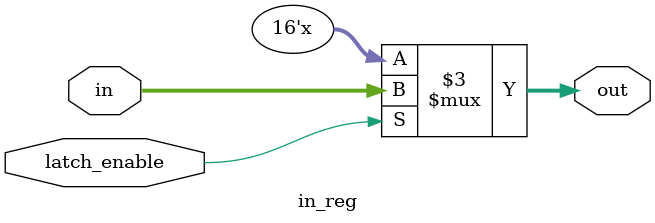
<source format=v>
module in_reg(latch_enable,in,out);

input latch_enable;
input [15:0] in;
output reg [15:0] out;

always@(*)
begin
if(latch_enable)
  out=in ;
else
  out=out;
  
end

endmodule

</source>
